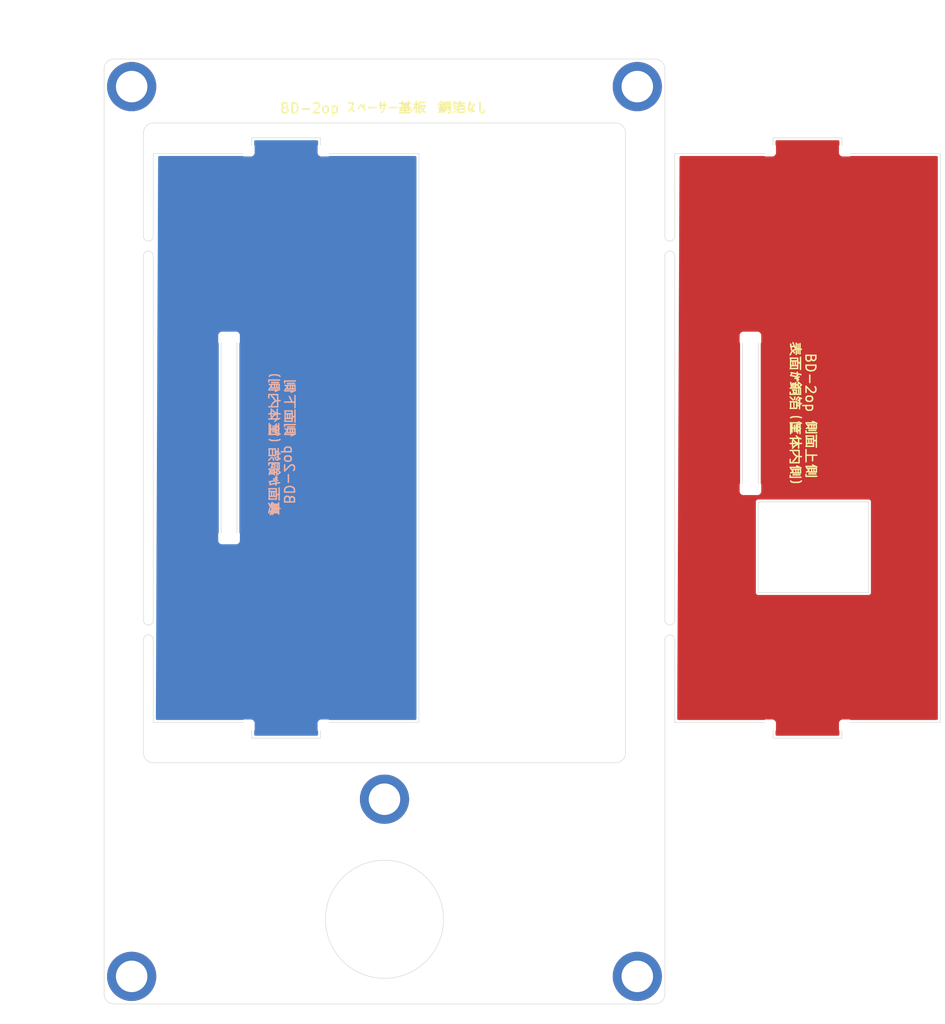
<source format=kicad_pcb>
(kicad_pcb (version 20211014) (generator pcbnew)
  (layers (0 "F.Cu" signal) (31 "B.Cu" signal) (34 "B.Paste" user) (35 "F.Paste" user) (36 "B.SilkS" user "B.Silkscreen") (37 "F.SilkS" user "F.Silkscreen") (38 "B.Mask" user) (39 "F.Mask" user) (44 "Edge.Cuts" user))
  (net 0 "")
  (footprint "myFoot:kado" (layer "F.Cu") (at 36.4 -70 180)
    (fp_text reference "r" hide)
    (fp_text value "h" hide)
    (pad "" np_thru_hole oval (at -0.4 -0.1 90) (size 0.3 0.9) (drill oval 0.3 0.9) (layers F&B.Cu *.Mask))
    (pad "" np_thru_hole oval (at -0.1 -0.4 180) (size 0.3 0.9) (drill oval 0.3 0.9) (layers F&B.Cu *.Mask))
  )
  (footprint "MountingHole:MountingHole_3.2mm_M3_ISO14580_Pad" (layer "F.Cu") (at -25.7 -95.2)
    (fp_text reference "r" hide)
    (fp_text value "h")
    (pad "1" thru_hole circle locked (at 0 0) (size 5 5) (drill 3.2) (layers *.Cu *.Mask))
  )
  (footprint "myFoot:kado" (layer "F.Cu") (at -6.5 -30.6 180)
    (fp_text reference "r" hide)
    (fp_text value "h" hide)
    (pad "" np_thru_hole oval (at -0.1 -0.4 180) (size 0.3 0.9) (drill oval 0.3 0.9) (layers F&B.Cu *.Mask))
    (pad "" np_thru_hole oval (at -0.4 -0.1 90) (size 0.3 0.9) (drill oval 0.3 0.9) (layers F&B.Cu *.Mask))
  )
  (footprint "myFoot:kado" (layer "F.Cu") (at 46.5 -88.4 -90)
    (fp_text reference "r" hide)
    (fp_text value "h" hide)
    (pad "" np_thru_hole oval (at -0.4 -0.1 180) (size 0.3 0.9) (drill oval 0.3 0.9) (layers F&B.Cu *.Mask))
    (pad "" np_thru_hole oval (at -0.1 -0.4 270) (size 0.3 0.9) (drill oval 0.3 0.9) (layers F&B.Cu *.Mask))
  )
  (footprint "myFoot:kado" (layer "F.Cu") (at -13.5 -88.4)
    (fp_text reference "r" hide)
    (fp_text value "h" hide)
    (pad "" np_thru_hole oval (at -0.4 -0.1 270) (size 0.3 0.9) (drill oval 0.3 0.9) (layers F&B.Cu *.Mask))
    (pad "" np_thru_hole oval (at -0.1 -0.4) (size 0.3 0.9) (drill oval 0.3 0.9) (layers F&B.Cu *.Mask))
  )
  (footprint "myFoot:kado" (layer "F.Cu") (at 39.5 -30.6 90)
    (fp_text reference "r" hide)
    (fp_text value "h" hide)
    (pad "" np_thru_hole oval (at -0.1 -0.4 90) (size 0.3 0.9) (drill oval 0.3 0.9) (layers F&B.Cu *.Mask))
    (pad "" np_thru_hole oval (at -0.4 -0.1) (size 0.3 0.9) (drill oval 0.3 0.9) (layers F&B.Cu *.Mask))
  )
  (footprint "MountingHole:MountingHole_3.2mm_M3_ISO14580_Pad" (layer "F.Cu") (at -25.7 -4.8)
    (fp_text reference "r" hide)
    (fp_text value "h")
    (pad "1" thru_hole circle locked (at 0 0) (size 5 5) (drill 3.2) (layers *.Cu *.Mask))
  )
  (footprint "myFoot:kado" (layer "F.Cu") (at -6.5 -88.4 -90)
    (fp_text reference "r" hide)
    (fp_text value "h" hide)
    (pad "" np_thru_hole oval (at -0.1 -0.4 270) (size 0.3 0.9) (drill oval 0.3 0.9) (layers F&B.Cu *.Mask))
    (pad "" np_thru_hole oval (at -0.4 -0.1 180) (size 0.3 0.9) (drill oval 0.3 0.9) (layers F&B.Cu *.Mask))
  )
  (footprint "MountingHole:MountingHole_3.2mm_M3_ISO14580_Pad" (layer "F.Cu") (at 25.7 -95.2)
    (fp_text reference "r" hide)
    (fp_text value "h")
    (pad "1" thru_hole circle locked (at 0 0) (size 5 5) (drill 3.2) (layers *.Cu *.Mask))
  )
  (footprint "myFoot:kado" (layer "F.Cu") (at 38 -54)
    (fp_text reference "r" hide)
    (fp_text value "h" hide)
    (pad "" np_thru_hole oval (at -0.1 -0.4) (size 0.3 0.9) (drill oval 0.3 0.9) (layers F&B.Cu *.Mask))
    (pad "" np_thru_hole oval (at -0.4 -0.1 270) (size 0.3 0.9) (drill oval 0.3 0.9) (layers F&B.Cu *.Mask))
  )
  (footprint "myFoot:kado" (layer "F.Cu") (at -16.6 -49 -90)
    (fp_text reference "r" hide)
    (fp_text value "h" hide)
    (pad "" np_thru_hole oval (at -0.4 -0.1 180) (size 0.3 0.9) (drill oval 0.3 0.9) (layers F&B.Cu *.Mask))
    (pad "" np_thru_hole oval (at -0.1 -0.4 270) (size 0.3 0.9) (drill oval 0.3 0.9) (layers F&B.Cu *.Mask))
  )
  (footprint "myFoot:kado" (layer "F.Cu") (at -15 -70 90)
    (fp_text reference "r" hide)
    (fp_text value "h" hide)
    (pad "" np_thru_hole oval (at -0.4 -0.1) (size 0.3 0.9) (drill oval 0.3 0.9) (layers F&B.Cu *.Mask))
    (pad "" np_thru_hole oval (at -0.1 -0.4 90) (size 0.3 0.9) (drill oval 0.3 0.9) (layers F&B.Cu *.Mask))
  )
  (footprint "myFoot:kado" (layer "F.Cu") (at 46.5 -30.6 180)
    (fp_text reference "r" hide)
    (fp_text value "h" hide)
    (pad "" np_thru_hole oval (at -0.4 -0.1 90) (size 0.3 0.9) (drill oval 0.3 0.9) (layers F&B.Cu *.Mask))
    (pad "" np_thru_hole oval (at -0.1 -0.4 180) (size 0.3 0.9) (drill oval 0.3 0.9) (layers F&B.Cu *.Mask))
  )
  (footprint "myFoot:kado" (layer "F.Cu") (at -13.5 -30.6 90)
    (fp_text reference "r" hide)
    (fp_text value "h" hide)
    (pad "" np_thru_hole oval (at -0.1 -0.4 90) (size 0.3 0.9) (drill oval 0.3 0.9) (layers F&B.Cu *.Mask))
    (pad "" np_thru_hole oval (at -0.4 -0.1) (size 0.3 0.9) (drill oval 0.3 0.9) (layers F&B.Cu *.Mask))
  )
  (footprint "myFoot:kado" (layer "F.Cu") (at 39.5 -88.4)
    (fp_text reference "r" hide)
    (fp_text value "h" hide)
    (pad "" np_thru_hole oval (at -0.1 -0.4) (size 0.3 0.9) (drill oval 0.3 0.9) (layers F&B.Cu *.Mask))
    (pad "" np_thru_hole oval (at -0.4 -0.1 270) (size 0.3 0.9) (drill oval 0.3 0.9) (layers F&B.Cu *.Mask))
  )
  (footprint "myFoot:kado" (layer "F.Cu") (at 36.4 -54 -90)
    (fp_text reference "r" hide)
    (fp_text value "h" hide)
    (pad "" np_thru_hole oval (at -0.4 -0.1 180) (size 0.3 0.9) (drill oval 0.3 0.9) (layers F&B.Cu *.Mask))
    (pad "" np_thru_hole oval (at -0.1 -0.4 270) (size 0.3 0.9) (drill oval 0.3 0.9) (layers F&B.Cu *.Mask))
  )
  (footprint "MountingHole:MountingHole_3.2mm_M3_ISO14580_Pad" (layer "F.Cu") (at 0 -22.8)
    (fp_text reference "r" hide)
    (fp_text value "h")
    (pad "1" thru_hole circle locked (at 0 0) (size 5 5) (drill 3.2) (layers *.Cu *.Mask))
  )
  (footprint "myFoot:kado" (layer "F.Cu") (at -16.6 -70 180)
    (fp_text reference "r" hide)
    (fp_text value "h" hide)
    (pad "" np_thru_hole oval (at -0.4 -0.1 90) (size 0.3 0.9) (drill oval 0.3 0.9) (layers F&B.Cu *.Mask))
    (pad "" np_thru_hole oval (at -0.1 -0.4 180) (size 0.3 0.9) (drill oval 0.3 0.9) (layers F&B.Cu *.Mask))
  )
  (footprint "myFoot:kado" (layer "F.Cu") (at -15 -49)
    (fp_text reference "r" hide)
    (fp_text value "h" hide)
    (pad "" np_thru_hole oval (at -0.1 -0.4) (size 0.3 0.9) (drill oval 0.3 0.9) (layers F&B.Cu *.Mask))
    (pad "" np_thru_hole oval (at -0.4 -0.1 270) (size 0.3 0.9) (drill oval 0.3 0.9) (layers F&B.Cu *.Mask))
  )
  (footprint "MountingHole:MountingHole_3.2mm_M3_ISO14580_Pad" (layer "F.Cu") (at 25.7 -4.8)
    (fp_text reference "r" hide)
    (fp_text value "h")
    (pad "1" thru_hole circle locked (at 0 0) (size 5 5) (drill 3.2) (layers *.Cu *.Mask))
  )
  (footprint "myFoot:kado" (layer "F.Cu") (at 38 -70 90)
    (fp_text reference "r" hide)
    (fp_text value "h" hide)
    (pad "" np_thru_hole oval (at -0.4 -0.1) (size 0.3 0.9) (drill oval 0.3 0.9) (layers F&B.Cu *.Mask))
    (pad "" np_thru_hole oval (at -0.1 -0.4 90) (size 0.3 0.9) (drill oval 0.3 0.9) (layers F&B.Cu *.Mask))
  )
  (gr_line (start 46.5 -90) (end 46.5 -88.4) (layer "Edge.Cuts") (width 0.05))
  (gr_arc (start -24.5 -78) (mid -24 -78.5) (end -23.5 -78) (layer "Edge.Cuts") (width 0.05))
  (gr_arc (start 29.5 -80) (mid 29 -79.5) (end 28.5 -80) (layer "Edge.Cuts") (width 0.05))
  (gr_line (start -6.5 -90) (end -6.5 -88.4) (layer "Edge.Cuts") (width 0.05))
  (gr_line (start 29.5 -80) (end 29.5 -88.4) (layer "Edge.Cuts") (width 0.05))
  (gr_line (start 46.5 -88.4) (end 56.5 -88.4) (layer "Edge.Cuts") (width 0.05))
  (gr_line (start -13.5 -90) (end -6.5 -90) (layer "Edge.Cuts") (width 0.05))
  (gr_line (start 36.4 -70) (end 36.4 -54) (layer "Edge.Cuts") (width 0.05))
  (gr_line (start -27.5 -98) (end 27.5 -98) (layer "Edge.Cuts") (width 0.05))
  (gr_line (start 39.5 -30.6) (end 29.5 -30.6) (layer "Edge.Cuts") (width 0.05))
  (gr_line (start -23.5 -26.5) (end 23.5 -26.5) (layer "Edge.Cuts") (width 0.05))
  (gr_arc (start -28.5 -97) (mid -28.207107 -97.707107) (end -27.5 -98) (layer "Edge.Cuts") (width 0.05))
  (gr_arc (start 28.5 -39) (mid 29 -39.5) (end 29.5 -39) (layer "Edge.Cuts") (width 0.05))
  (gr_line (start 24.5 -27.5) (end 24.5 -90.5) (layer "Edge.Cuts") (width 0.05))
  (gr_arc (start 29.5 -41) (mid 29 -40.5) (end 28.5 -41) (layer "Edge.Cuts") (width 0.05))
  (gr_line (start -23.5 -39) (end -23.5 -30.6) (layer "Edge.Cuts") (width 0.05))
  (gr_circle locked (center 0 -10.6) (end 6 -10.6) (layer "Edge.Cuts") (width 0.05) (fill none))
  (gr_arc (start 23.5 -91.5) (mid 24.207107 -91.207107) (end 24.5 -90.5) (layer "Edge.Cuts") (width 0.05))
  (gr_line (start 38 -70) (end 36.4 -70) (layer "Edge.Cuts") (width 0.05))
  (gr_line (start 3.5 -30.6) (end -6.5 -30.6) (layer "Edge.Cuts") (width 0.05))
  (gr_line (start -23.5 -41) (end -23.5 -78) (layer "Edge.Cuts") (width 0.05))
  (gr_line (start -24.5 -80) (end -24.5 -90.5) (layer "Edge.Cuts") (width 0.05))
  (gr_line (start -13.5 -29) (end -13.5 -30.6) (layer "Edge.Cuts") (width 0.05))
  (gr_line (start 38 -54) (end 38 -70) (layer "Edge.Cuts") (width 0.05))
  (gr_line (start 39.5 -29) (end 39.5 -30.6) (layer "Edge.Cuts") (width 0.05))
  (gr_line (start 27.5 -2) (end -27.5 -2) (layer "Edge.Cuts") (width 0.05))
  (gr_arc (start 28.5 -78) (mid 29 -78.5) (end 29.5 -78) (layer "Edge.Cuts") (width 0.05))
  (gr_line (start 29.5 -88.4) (end 39.5 -88.4) (layer "Edge.Cuts") (width 0.05))
  (gr_rect (start 38 -53) (end 49.2 -43.8) (layer "Edge.Cuts") (width 0.05) (fill none))
  (gr_line (start -13.5 -88.4) (end -13.5 -90) (layer "Edge.Cuts") (width 0.05))
  (gr_line (start -16.6 -49) (end -15 -49) (layer "Edge.Cuts") (width 0.05))
  (gr_line (start 46.5 -29) (end 39.5 -29) (layer "Edge.Cuts") (width 0.05))
  (gr_line (start 28.5 -97) (end 28.5 -80) (layer "Edge.Cuts") (width 0.05))
  (gr_arc (start -23.5 -41) (mid -24 -40.5) (end -24.5 -41) (layer "Edge.Cuts") (width 0.05))
  (gr_arc (start 28.5 -3) (mid 28.207107 -2.292893) (end 27.5 -2) (layer "Edge.Cuts") (width 0.05))
  (gr_line (start -28.5 -3) (end -28.5 -97) (layer "Edge.Cuts") (width 0.05))
  (gr_line (start -24.5 -39) (end -24.5 -27.5) (layer "Edge.Cuts") (width 0.05))
  (gr_line (start -24.5 -41) (end -24.5 -78) (layer "Edge.Cuts") (width 0.05))
  (gr_line (start 56.5 -30.6) (end 56.5 -88.4) (layer "Edge.Cuts") (width 0.05))
  (gr_line (start 29.5 -39) (end 29.5 -30.6) (layer "Edge.Cuts") (width 0.05))
  (gr_line (start -23.5 -80) (end -23.5 -88.4) (layer "Edge.Cuts") (width 0.05))
  (gr_arc (start 24.5 -27.5) (mid 24.207107 -26.792893) (end 23.5 -26.5) (layer "Edge.Cuts") (width 0.05))
  (gr_line (start 39.5 -90) (end 46.5 -90) (layer "Edge.Cuts") (width 0.05))
  (gr_line (start -16.6 -70) (end -16.6 -49) (layer "Edge.Cuts") (width 0.05))
  (gr_line (start -6.5 -29) (end -13.5 -29) (layer "Edge.Cuts") (width 0.05))
  (gr_line (start -6.5 -88.4) (end 3.5 -88.4) (layer "Edge.Cuts") (width 0.05))
  (gr_line (start -15 -70) (end -16.6 -70) (layer "Edge.Cuts") (width 0.05))
  (gr_line (start -23.5 -88.4) (end -13.5 -88.4) (layer "Edge.Cuts") (width 0.05))
  (gr_line (start 46.5 -30.6) (end 46.5 -29) (layer "Edge.Cuts") (width 0.05))
  (gr_arc (start -27.5 -2) (mid -28.207107 -2.292893) (end -28.5 -3) (layer "Edge.Cuts") (width 0.05))
  (gr_line (start 56.5 -30.6) (end 46.5 -30.6) (layer "Edge.Cuts") (width 0.05))
  (gr_line (start 28.5 -39) (end 28.5 -3) (layer "Edge.Cuts") (width 0.05))
  (gr_arc (start -23.5 -26.5) (mid -24.207107 -26.792893) (end -24.5 -27.5) (layer "Edge.Cuts") (width 0.05))
  (gr_line (start 28.5 -41) (end 28.5 -78) (layer "Edge.Cuts") (width 0.05))
  (gr_line (start 3.5 -30.6) (end 3.5 -88.4) (layer "Edge.Cuts") (width 0.05))
  (gr_line (start 39.5 -88.4) (end 39.5 -90) (layer "Edge.Cuts") (width 0.05))
  (gr_arc (start -24.5 -39) (mid -24 -39.5) (end -23.5 -39) (layer "Edge.Cuts") (width 0.05))
  (gr_arc (start -23.5 -80) (mid -24 -79.5) (end -24.5 -80) (layer "Edge.Cuts") (width 0.05))
  (gr_line (start 23.5 -91.5) (end -23.5 -91.5) (layer "Edge.Cuts") (width 0.05))
  (gr_line (start -13.5 -30.6) (end -23.5 -30.6) (layer "Edge.Cuts") (width 0.05))
  (gr_arc (start -24.5 -90.5) (mid -24.207107 -91.207107) (end -23.5 -91.5) (layer "Edge.Cuts") (width 0.05))
  (gr_line (start -6.5 -30.6) (end -6.5 -29) (layer "Edge.Cuts") (width 0.05))
  (gr_line (start -15 -49) (end -15 -70) (layer "Edge.Cuts") (width 0.05))
  (gr_line (start 36.4 -54) (end 38 -54) (layer "Edge.Cuts") (width 0.05))
  (gr_arc (start 27.5 -98) (mid 28.207107 -97.707107) (end 28.5 -97) (layer "Edge.Cuts") (width 0.05))
  (gr_line (start 29.5 -41) (end 29.5 -78) (layer "Edge.Cuts") (width 0.05))
  (gr_text "BD-2op 側面下側\n裏面が銅箔（筐体内側）" (at -10.5 -59.1 270) (layer "B.SilkS") (effects (font (size 1 1)) (justify mirror)))
  (gr_text "BD-2op 側面上側\n表面が銅箔（筐体内側）" (at 42.5 -61.8 -90) (layer "F.SilkS") (effects (font (size 1 1))))
  (gr_text "BD-2op スペーサー基板　銅箔なし" (at -0.1 -93) (layer "F.SilkS") (effects (font (size 1 1))))
  (zone (net 0) (net_name "") (layer "F.Cu") (connect_pads (clearance 0.25)) (min_thickness 0.25) (fill yes (thermal_gap 0.25) (thermal_bridge_width 0.5))
    (polygon (pts (xy 57 -28.5) (xy 29.75 -28.5) (xy 30 -90.5) (xy 57 -90.5)))
  )
  (zone (net 0) (net_name "") (layer "B.Cu") (connect_pads (clearance 0.25)) (min_thickness 0.25) (fill yes (thermal_gap 0.25) (thermal_bridge_width 0.5))
    (polygon (pts (xy 4 -28.5) (xy -23.25 -28.5) (xy -23 -90.5) (xy 4 -90.5)))
  )
)
</source>
